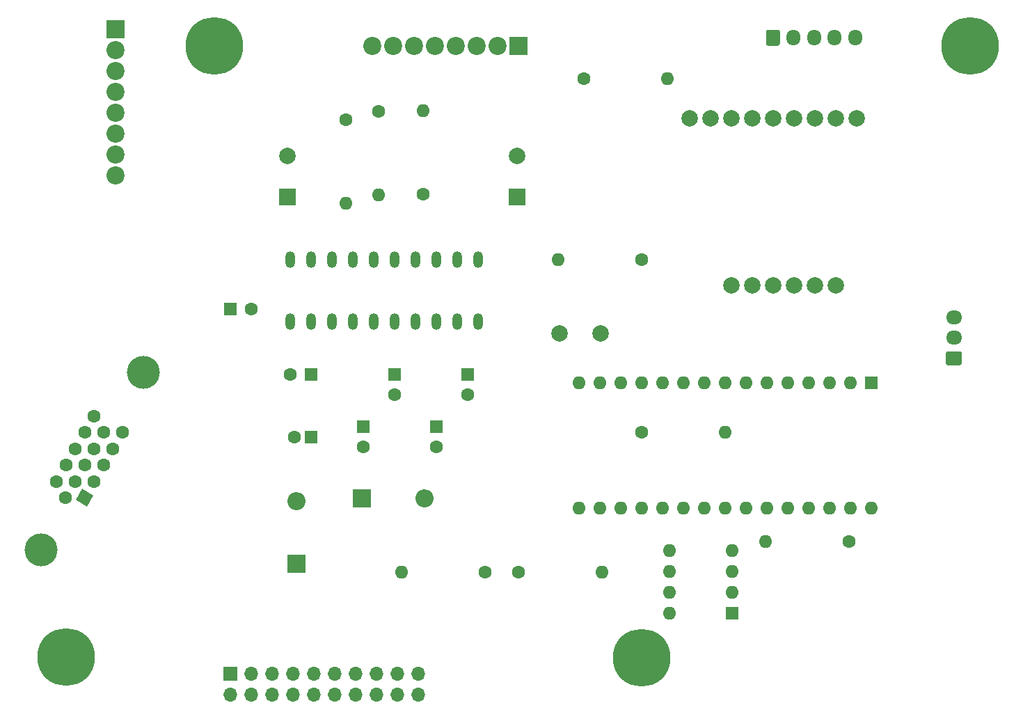
<source format=gbr>
%TF.GenerationSoftware,KiCad,Pcbnew,(5.1.10)-1*%
%TF.CreationDate,2021-06-24T18:33:19-07:00*%
%TF.ProjectId,MiSTer-G3,4d695354-6572-42d4-9733-2e6b69636164,rev?*%
%TF.SameCoordinates,Original*%
%TF.FileFunction,Soldermask,Top*%
%TF.FilePolarity,Negative*%
%FSLAX46Y46*%
G04 Gerber Fmt 4.6, Leading zero omitted, Abs format (unit mm)*
G04 Created by KiCad (PCBNEW (5.1.10)-1) date 2021-06-24 18:33:19*
%MOMM*%
%LPD*%
G01*
G04 APERTURE LIST*
%ADD10O,1.600000X1.600000*%
%ADD11C,1.600000*%
%ADD12R,1.600000X1.600000*%
%ADD13C,4.000000*%
%ADD14C,0.100000*%
%ADD15C,2.000000*%
%ADD16O,1.950000X1.700000*%
%ADD17C,2.200000*%
%ADD18R,2.200000X2.200000*%
%ADD19O,1.700000X1.950000*%
%ADD20O,1.700000X1.700000*%
%ADD21R,1.700000X1.700000*%
%ADD22C,0.800000*%
%ADD23C,7.000000*%
%ADD24O,2.200000X2.200000*%
%ADD25R,2.000000X2.000000*%
%ADD26O,1.200000X2.000000*%
G04 APERTURE END LIST*
D10*
%TO.C,R9*%
X176090000Y-112250000D03*
D11*
X186250000Y-112250000D03*
%TD*%
D10*
%TO.C,U3*%
X164380000Y-121000000D03*
X172000000Y-113380000D03*
X164380000Y-118460000D03*
X172000000Y-115920000D03*
X164380000Y-115920000D03*
X172000000Y-118460000D03*
X164380000Y-113380000D03*
D12*
X172000000Y-121000000D03*
%TD*%
D13*
%TO.C,J2*%
X87927744Y-113328418D03*
X100427744Y-91677783D03*
D11*
X94400539Y-97037207D03*
X93255539Y-99020405D03*
X92110539Y-101003604D03*
X90965539Y-102986802D03*
X89820539Y-104970000D03*
X95542770Y-99018806D03*
X94397770Y-101002005D03*
X93252770Y-102985203D03*
X92107770Y-104968401D03*
X90962770Y-106951599D03*
X97830000Y-99017207D03*
X96685000Y-101000405D03*
X95540000Y-102983604D03*
X94395000Y-104966802D03*
D14*
G36*
X92957180Y-105857180D02*
G01*
X94342820Y-106657180D01*
X93542820Y-108042820D01*
X92157180Y-107242820D01*
X92957180Y-105857180D01*
G37*
%TD*%
D15*
%TO.C,U2*%
X166840000Y-60840000D03*
X169380000Y-60840000D03*
X171920000Y-60840000D03*
X171920000Y-81160000D03*
X174460000Y-60840000D03*
X174460000Y-81160000D03*
X177000000Y-60840000D03*
X177000000Y-81160000D03*
X179540000Y-60840000D03*
X179540000Y-81160000D03*
X182080000Y-60840000D03*
X182080000Y-81160000D03*
X184620000Y-60840000D03*
X184620000Y-81160000D03*
X187160000Y-60840000D03*
%TD*%
D10*
%TO.C,R8*%
X131840000Y-116000000D03*
D11*
X142000000Y-116000000D03*
%TD*%
D10*
%TO.C,R7*%
X156160000Y-116000000D03*
D11*
X146000000Y-116000000D03*
%TD*%
D10*
%TO.C,R6*%
X150840000Y-78000000D03*
D11*
X161000000Y-78000000D03*
%TD*%
D10*
%TO.C,R5*%
X164160000Y-56000000D03*
D11*
X154000000Y-56000000D03*
%TD*%
D10*
%TO.C,R4*%
X125000000Y-71160000D03*
D11*
X125000000Y-61000000D03*
%TD*%
D10*
%TO.C,R3*%
X171160000Y-99000000D03*
D11*
X161000000Y-99000000D03*
%TD*%
D10*
%TO.C,R2*%
X134420000Y-59840000D03*
D11*
X134420000Y-70000000D03*
%TD*%
D10*
%TO.C,R1*%
X129000000Y-70160000D03*
D11*
X129000000Y-60000000D03*
%TD*%
D16*
%TO.C,J6*%
X199000000Y-85000000D03*
X199000000Y-87500000D03*
G36*
G01*
X199725000Y-90850000D02*
X198275000Y-90850000D01*
G75*
G02*
X198025000Y-90600000I0J250000D01*
G01*
X198025000Y-89400000D01*
G75*
G02*
X198275000Y-89150000I250000J0D01*
G01*
X199725000Y-89150000D01*
G75*
G02*
X199975000Y-89400000I0J-250000D01*
G01*
X199975000Y-90600000D01*
G75*
G02*
X199725000Y-90850000I-250000J0D01*
G01*
G37*
%TD*%
D17*
%TO.C,J5*%
X97000000Y-67780000D03*
X97000000Y-65240000D03*
X97000000Y-62700000D03*
X97000000Y-60160000D03*
X97000000Y-57620000D03*
X97000000Y-55080000D03*
X97000000Y-52540000D03*
D18*
X97000000Y-50000000D03*
%TD*%
D19*
%TO.C,J4*%
X187000000Y-51000000D03*
X184500000Y-51000000D03*
X182000000Y-51000000D03*
X179500000Y-51000000D03*
G36*
G01*
X176150000Y-51725000D02*
X176150000Y-50275000D01*
G75*
G02*
X176400000Y-50025000I250000J0D01*
G01*
X177600000Y-50025000D01*
G75*
G02*
X177850000Y-50275000I0J-250000D01*
G01*
X177850000Y-51725000D01*
G75*
G02*
X177600000Y-51975000I-250000J0D01*
G01*
X176400000Y-51975000D01*
G75*
G02*
X176150000Y-51725000I0J250000D01*
G01*
G37*
%TD*%
D17*
%TO.C,J3*%
X128220000Y-52000000D03*
X130760000Y-52000000D03*
X133300000Y-52000000D03*
X135840000Y-52000000D03*
X138380000Y-52000000D03*
X140920000Y-52000000D03*
X143460000Y-52000000D03*
D18*
X146000000Y-52000000D03*
%TD*%
D20*
%TO.C,J1*%
X133860000Y-130940000D03*
X133860000Y-128400000D03*
X131320000Y-130940000D03*
X131320000Y-128400000D03*
X128780000Y-130940000D03*
X128780000Y-128400000D03*
X126240000Y-130940000D03*
X126240000Y-128400000D03*
X123700000Y-130940000D03*
X123700000Y-128400000D03*
X121160000Y-130940000D03*
X121160000Y-128400000D03*
X118620000Y-130940000D03*
X118620000Y-128400000D03*
X116080000Y-130940000D03*
X116080000Y-128400000D03*
X113540000Y-130940000D03*
X113540000Y-128400000D03*
X111000000Y-130940000D03*
D21*
X111000000Y-128400000D03*
%TD*%
D22*
%TO.C,H4*%
X110856155Y-50143845D03*
X109000000Y-49375000D03*
X107143845Y-50143845D03*
X106375000Y-52000000D03*
X107143845Y-53856155D03*
X109000000Y-54625000D03*
X110856155Y-53856155D03*
X111625000Y-52000000D03*
D23*
X109000000Y-52000000D03*
%TD*%
D22*
%TO.C,H3*%
X202856155Y-50143845D03*
X201000000Y-49375000D03*
X199143845Y-50143845D03*
X198375000Y-52000000D03*
X199143845Y-53856155D03*
X201000000Y-54625000D03*
X202856155Y-53856155D03*
X203625000Y-52000000D03*
D23*
X201000000Y-52000000D03*
%TD*%
D22*
%TO.C,H2*%
X92856155Y-124503845D03*
X91000000Y-123735000D03*
X89143845Y-124503845D03*
X88375000Y-126360000D03*
X89143845Y-128216155D03*
X91000000Y-128985000D03*
X92856155Y-128216155D03*
X93625000Y-126360000D03*
D23*
X91000000Y-126360000D03*
%TD*%
D22*
%TO.C,H1*%
X162856155Y-124543845D03*
X161000000Y-123775000D03*
X159143845Y-124543845D03*
X158375000Y-126400000D03*
X159143845Y-128256155D03*
X161000000Y-129025000D03*
X162856155Y-128256155D03*
X163625000Y-126400000D03*
D23*
X161000000Y-126400000D03*
%TD*%
D24*
%TO.C,D2*%
X134620000Y-107000000D03*
D18*
X127000000Y-107000000D03*
%TD*%
D24*
%TO.C,D1*%
X119000000Y-107380000D03*
D18*
X119000000Y-115000000D03*
%TD*%
D15*
%TO.C,C10*%
X156000000Y-87000000D03*
X151000000Y-87000000D03*
%TD*%
%TO.C,C9*%
X145850000Y-65380000D03*
D25*
X145850000Y-70380000D03*
%TD*%
D15*
%TO.C,C8*%
X117910000Y-65380000D03*
D25*
X117910000Y-70380000D03*
%TD*%
D11*
%TO.C,C7*%
X113500000Y-84000000D03*
D12*
X111000000Y-84000000D03*
%TD*%
D11*
%TO.C,C6*%
X139850000Y-94440000D03*
D12*
X139850000Y-91940000D03*
%TD*%
D11*
%TO.C,C5*%
X130960000Y-94440000D03*
D12*
X130960000Y-91940000D03*
%TD*%
D11*
%TO.C,C4*%
X118300000Y-91940000D03*
D12*
X120800000Y-91940000D03*
%TD*%
D11*
%TO.C,C2*%
X136040000Y-100790000D03*
D12*
X136040000Y-98290000D03*
%TD*%
D11*
%TO.C,C1*%
X127150000Y-100790000D03*
D12*
X127150000Y-98290000D03*
%TD*%
D26*
%TO.C,U1*%
X141120000Y-85540000D03*
X141120000Y-78020000D03*
X138580000Y-85540000D03*
X138580000Y-78020000D03*
X136040000Y-85540000D03*
X136040000Y-78020000D03*
X133500000Y-85540000D03*
X133500000Y-78020000D03*
X130960000Y-85540000D03*
X130960000Y-78020000D03*
X128420000Y-85540000D03*
X128420000Y-78020000D03*
X125880000Y-85540000D03*
X125880000Y-78020000D03*
X123340000Y-85540000D03*
X123340000Y-78020000D03*
X120800000Y-85540000D03*
X120800000Y-78020000D03*
X118260000Y-85540000D03*
X118260000Y-78020000D03*
%TD*%
D11*
%TO.C,C3*%
X118800000Y-99560000D03*
D12*
X120800000Y-99560000D03*
%TD*%
%TO.C,A1*%
X189000000Y-93000000D03*
D10*
X155980000Y-108240000D03*
X186460000Y-93000000D03*
X158520000Y-108240000D03*
X183920000Y-93000000D03*
X161060000Y-108240000D03*
X181380000Y-93000000D03*
X163600000Y-108240000D03*
X178840000Y-93000000D03*
X166140000Y-108240000D03*
X176300000Y-93000000D03*
X168680000Y-108240000D03*
X173760000Y-93000000D03*
X171220000Y-108240000D03*
X171220000Y-93000000D03*
X173760000Y-108240000D03*
X168680000Y-93000000D03*
X176300000Y-108240000D03*
X166140000Y-93000000D03*
X178840000Y-108240000D03*
X163600000Y-93000000D03*
X181380000Y-108240000D03*
X161060000Y-93000000D03*
X183920000Y-108240000D03*
X158520000Y-93000000D03*
X186460000Y-108240000D03*
X155980000Y-93000000D03*
X189000000Y-108240000D03*
X153440000Y-93000000D03*
X153440000Y-108240000D03*
%TD*%
M02*

</source>
